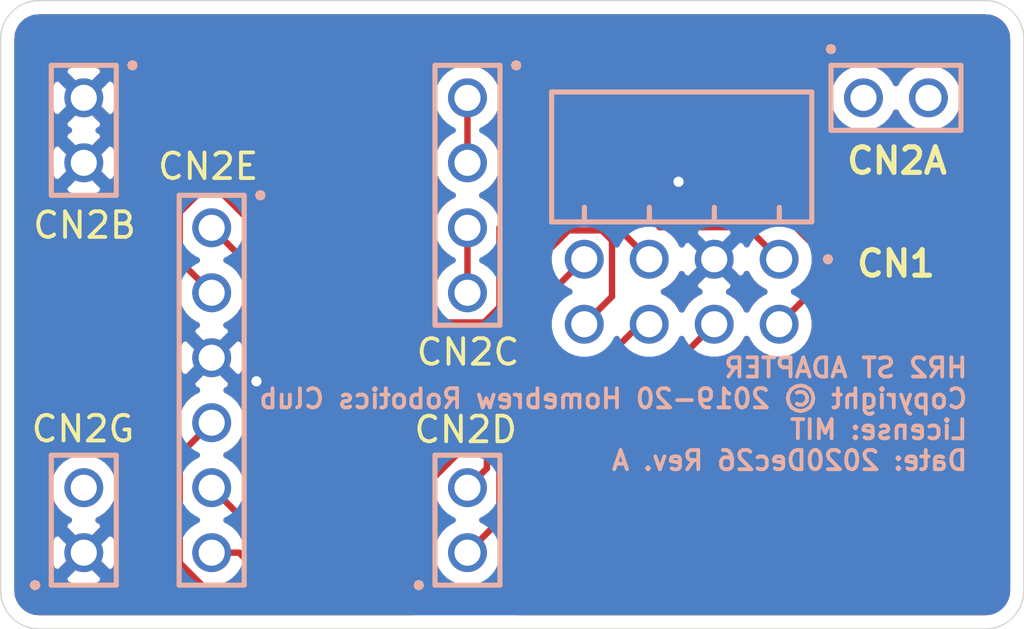
<source format=kicad_pcb>
(kicad_pcb (version 20171130) (host pcbnew 5.1.9-73d0e3b20d~88~ubuntu20.04.1)

  (general
    (thickness 1.6)
    (drawings 82)
    (tracks 75)
    (zones 0)
    (modules 2)
    (nets 14)
  )

  (page A)
  (title_block
    (title "HR2 ST Link Adapter")
    (date 2020-07-18)
    (rev A)
    (company "Home Brew Robotics Club")
  )

  (layers
    (0 F.Cu signal)
    (31 B.Cu signal)
    (32 B.Adhes user)
    (33 F.Adhes user)
    (34 B.Paste user)
    (35 F.Paste user)
    (36 B.SilkS user)
    (37 F.SilkS user)
    (38 B.Mask user)
    (39 F.Mask user)
    (40 Dwgs.User user)
    (41 Cmts.User user)
    (42 Eco1.User user)
    (43 Eco2.User user)
    (44 Edge.Cuts user)
    (45 Margin user)
    (46 B.CrtYd user)
    (47 F.CrtYd user)
    (48 B.Fab user hide)
    (49 F.Fab user hide)
  )

  (setup
    (last_trace_width 0.25)
    (user_trace_width 0.5)
    (trace_clearance 0.2)
    (zone_clearance 0.508)
    (zone_45_only no)
    (trace_min 0.2)
    (via_size 0.8)
    (via_drill 0.4)
    (via_min_size 0.4)
    (via_min_drill 0.3)
    (uvia_size 0.3)
    (uvia_drill 0.1)
    (uvias_allowed no)
    (uvia_min_size 0.2)
    (uvia_min_drill 0.1)
    (edge_width 0.05)
    (segment_width 0.2)
    (pcb_text_width 0.3)
    (pcb_text_size 1.5 1.5)
    (mod_edge_width 0.12)
    (mod_text_size 1 1)
    (mod_text_width 0.15)
    (pad_size 1.524 1.524)
    (pad_drill 0.762)
    (pad_to_mask_clearance 0.05)
    (aux_axis_origin 0 0)
    (visible_elements FFFFFF7F)
    (pcbplotparams
      (layerselection 0x010fc_ffffffff)
      (usegerberextensions false)
      (usegerberattributes true)
      (usegerberadvancedattributes true)
      (creategerberjobfile true)
      (excludeedgelayer true)
      (linewidth 0.100000)
      (plotframeref false)
      (viasonmask false)
      (mode 1)
      (useauxorigin false)
      (hpglpennumber 1)
      (hpglpenspeed 20)
      (hpglpendiameter 15.000000)
      (psnegative false)
      (psa4output false)
      (plotreference true)
      (plotvalue true)
      (plotinvisibletext false)
      (padsonsilk false)
      (subtractmaskfromsilk false)
      (outputformat 1)
      (mirror false)
      (drillshape 0)
      (scaleselection 1)
      (outputdirectory "./"))
  )

  (net 0 "")
  (net 1 /TX)
  (net 2 /SWO)
  (net 3 /SWDIO)
  (net 4 /SWCLK)
  (net 5 /RX)
  (net 6 /NRST)
  (net 7 /GND)
  (net 8 /3V3)
  (net 9 "Net-(CN2-Pad102)")
  (net 10 "Net-(CN2-Pad101)")
  (net 11 /SWCLKX)
  (net 12 /SWDIOX)
  (net 13 "Net-(CN2-Pad202)")

  (net_class Default "This is the default net class."
    (clearance 0.2)
    (trace_width 0.25)
    (via_dia 0.8)
    (via_drill 0.4)
    (uvia_dia 0.3)
    (uvia_drill 0.1)
    (add_net /3V3)
    (add_net /GND)
    (add_net /NRST)
    (add_net /RX)
    (add_net /SWCLK)
    (add_net /SWCLKX)
    (add_net /SWDIO)
    (add_net /SWDIOX)
    (add_net /SWO)
    (add_net /TX)
    (add_net "Net-(CN2-Pad101)")
    (add_net "Net-(CN2-Pad102)")
    (add_net "Net-(CN2-Pad202)")
  )

  (module HR2:STADAPTER_4xF1x2+F1x4+F1x6 (layer F.Cu) (tedit 5F45F067) (tstamp 5F463BE5)
    (at 100 100)
    (path /5F448E80)
    (fp_text reference CN2A (at 0.04 -6.02) (layer F.SilkS)
      (effects (font (size 1 1) (thickness 0.2)))
    )
    (fp_text value STLINK;4xF1x2+F1x4+F1x6 (at 0 0) (layer F.Fab)
      (effects (font (size 1 1) (thickness 0.2)))
    )
    (fp_line (start -2.47 -10.31) (end -2.44 -10.38) (layer B.SilkS) (width 0.2))
    (fp_line (start -2.54 -10.29) (end -2.47 -10.31) (layer B.SilkS) (width 0.2))
    (fp_line (start -2.61 -10.31) (end -2.54 -10.29) (layer B.SilkS) (width 0.2))
    (fp_line (start -2.64 -10.38) (end -2.61 -10.31) (layer B.SilkS) (width 0.2))
    (fp_line (start -2.61 -10.46) (end -2.64 -10.38) (layer B.SilkS) (width 0.2))
    (fp_line (start -2.54 -10.48) (end -2.61 -10.46) (layer B.SilkS) (width 0.2))
    (fp_line (start -2.47 -10.46) (end -2.54 -10.48) (layer B.SilkS) (width 0.2))
    (fp_line (start -2.44 -10.38) (end -2.47 -10.46) (layer B.SilkS) (width 0.2))
    (fp_line (start 2.54 -7.21) (end 2.54 -9.75) (layer B.SilkS) (width 0.2))
    (fp_line (start -2.54 -7.21) (end 2.54 -7.21) (layer B.SilkS) (width 0.2))
    (fp_line (start -2.54 -9.75) (end -2.54 -7.21) (layer B.SilkS) (width 0.2))
    (fp_line (start 2.54 -9.75) (end -2.54 -9.75) (layer B.SilkS) (width 0.2))
    (fp_line (start -18.58 10.5) (end -18.66 10.47) (layer B.SilkS) (width 0.2))
    (fp_line (start -18.55 10.57) (end -18.58 10.5) (layer B.SilkS) (width 0.2))
    (fp_line (start -18.58 10.64) (end -18.55 10.57) (layer B.SilkS) (width 0.2))
    (fp_line (start -18.66 10.67) (end -18.58 10.64) (layer B.SilkS) (width 0.2))
    (fp_line (start -18.73 10.64) (end -18.66 10.67) (layer B.SilkS) (width 0.2))
    (fp_line (start -18.75 10.57) (end -18.73 10.64) (layer B.SilkS) (width 0.2))
    (fp_line (start -18.73 10.5) (end -18.75 10.57) (layer B.SilkS) (width 0.2))
    (fp_line (start -18.66 10.47) (end -18.73 10.5) (layer B.SilkS) (width 0.2))
    (fp_line (start -15.48 5.49) (end -18.02 5.49) (layer B.SilkS) (width 0.2))
    (fp_line (start -15.48 10.57) (end -15.48 5.49) (layer B.SilkS) (width 0.2))
    (fp_line (start -18.02 10.57) (end -15.48 10.57) (layer B.SilkS) (width 0.2))
    (fp_line (start -18.02 5.49) (end -18.02 10.57) (layer B.SilkS) (width 0.2))
    (fp_line (start -14.92 -9.68) (end -14.85 -9.65) (layer B.SilkS) (width 0.2))
    (fp_line (start -14.95 -9.75) (end -14.92 -9.68) (layer B.SilkS) (width 0.2))
    (fp_line (start -14.92 -9.82) (end -14.95 -9.75) (layer B.SilkS) (width 0.2))
    (fp_line (start -14.85 -9.85) (end -14.92 -9.82) (layer B.SilkS) (width 0.2))
    (fp_line (start -14.77 -9.82) (end -14.85 -9.85) (layer B.SilkS) (width 0.2))
    (fp_line (start -14.75 -9.75) (end -14.77 -9.82) (layer B.SilkS) (width 0.2))
    (fp_line (start -14.77 -9.68) (end -14.75 -9.75) (layer B.SilkS) (width 0.2))
    (fp_line (start -14.85 -9.65) (end -14.77 -9.68) (layer B.SilkS) (width 0.2))
    (fp_line (start -18.02 0.41) (end -15.48 0.41) (layer B.SilkS) (width 0.2))
    (fp_line (start -18.02 -9.75) (end -18.02 0.41) (layer B.SilkS) (width 0.2))
    (fp_line (start -15.48 -9.75) (end -18.02 -9.75) (layer B.SilkS) (width 0.2))
    (fp_line (start -15.48 0.41) (end -15.48 -9.75) (layer B.SilkS) (width 0.2))
    (fp_line (start -33.58 10.5) (end -33.66 10.47) (layer B.SilkS) (width 0.2))
    (fp_line (start -33.55 10.57) (end -33.58 10.5) (layer B.SilkS) (width 0.2))
    (fp_line (start -33.58 10.64) (end -33.55 10.57) (layer B.SilkS) (width 0.2))
    (fp_line (start -33.66 10.67) (end -33.58 10.64) (layer B.SilkS) (width 0.2))
    (fp_line (start -33.73 10.64) (end -33.66 10.67) (layer B.SilkS) (width 0.2))
    (fp_line (start -33.76 10.57) (end -33.73 10.64) (layer B.SilkS) (width 0.2))
    (fp_line (start -33.73 10.5) (end -33.76 10.57) (layer B.SilkS) (width 0.2))
    (fp_line (start -33.66 10.47) (end -33.73 10.5) (layer B.SilkS) (width 0.2))
    (fp_line (start -30.48 5.49) (end -33.02 5.49) (layer B.SilkS) (width 0.2))
    (fp_line (start -30.48 10.57) (end -30.48 5.49) (layer B.SilkS) (width 0.2))
    (fp_line (start -33.02 10.57) (end -30.48 10.57) (layer B.SilkS) (width 0.2))
    (fp_line (start -33.02 5.49) (end -33.02 10.57) (layer B.SilkS) (width 0.2))
    (fp_line (start -24.92 -4.6) (end -24.84 -4.57) (layer B.SilkS) (width 0.2))
    (fp_line (start -24.95 -4.67) (end -24.92 -4.6) (layer B.SilkS) (width 0.2))
    (fp_line (start -24.92 -4.74) (end -24.95 -4.67) (layer B.SilkS) (width 0.2))
    (fp_line (start -24.84 -4.77) (end -24.92 -4.74) (layer B.SilkS) (width 0.2))
    (fp_line (start -24.77 -4.74) (end -24.84 -4.77) (layer B.SilkS) (width 0.2))
    (fp_line (start -24.75 -4.67) (end -24.77 -4.74) (layer B.SilkS) (width 0.2))
    (fp_line (start -24.77 -4.6) (end -24.75 -4.67) (layer B.SilkS) (width 0.2))
    (fp_line (start -24.84 -4.57) (end -24.77 -4.6) (layer B.SilkS) (width 0.2))
    (fp_line (start -28.02 10.57) (end -25.48 10.57) (layer B.SilkS) (width 0.2))
    (fp_line (start -28.02 -4.67) (end -28.02 10.57) (layer B.SilkS) (width 0.2))
    (fp_line (start -25.48 -4.67) (end -28.02 -4.67) (layer B.SilkS) (width 0.2))
    (fp_line (start -25.48 10.57) (end -25.48 -4.67) (layer B.SilkS) (width 0.2))
    (fp_line (start -29.92 -9.68) (end -29.84 -9.65) (layer B.SilkS) (width 0.2))
    (fp_line (start -29.95 -9.75) (end -29.92 -9.68) (layer B.SilkS) (width 0.2))
    (fp_line (start -29.92 -9.82) (end -29.95 -9.75) (layer B.SilkS) (width 0.2))
    (fp_line (start -29.84 -9.85) (end -29.92 -9.82) (layer B.SilkS) (width 0.2))
    (fp_line (start -29.77 -9.82) (end -29.84 -9.85) (layer B.SilkS) (width 0.2))
    (fp_line (start -29.75 -9.75) (end -29.77 -9.82) (layer B.SilkS) (width 0.2))
    (fp_line (start -29.77 -9.68) (end -29.75 -9.75) (layer B.SilkS) (width 0.2))
    (fp_line (start -29.84 -9.65) (end -29.77 -9.68) (layer B.SilkS) (width 0.2))
    (fp_line (start -33.02 -4.67) (end -30.48 -4.67) (layer B.SilkS) (width 0.2))
    (fp_line (start -33.02 -9.75) (end -33.02 -4.67) (layer B.SilkS) (width 0.2))
    (fp_line (start -30.48 -9.75) (end -33.02 -9.75) (layer B.SilkS) (width 0.2))
    (fp_line (start -30.48 -4.67) (end -30.48 -9.75) (layer B.SilkS) (width 0.2))
    (pad 102 thru_hole circle (at 1.27 -8.48) (size 1.52 1.52) (drill 1.02) (layers *.Cu *.Mask)
      (net 9 "Net-(CN2-Pad102)"))
    (pad 101 thru_hole circle (at -1.27 -8.48) (size 1.52 1.52) (drill 1.02) (layers *.Cu *.Mask)
      (net 10 "Net-(CN2-Pad101)"))
    (pad 52 thru_hole circle (at -16.75 6.76) (size 1.52 1.52) (drill 1.02) (layers *.Cu *.Mask)
      (net 1 /TX))
    (pad 51 thru_hole circle (at -16.75 9.3) (size 1.52 1.52) (drill 1.02) (layers *.Cu *.Mask)
      (net 5 /RX))
    (pad 44 thru_hole circle (at -16.75 -0.86) (size 1.52 1.52) (drill 1.02) (layers *.Cu *.Mask)
      (net 11 /SWCLKX))
    (pad 43 thru_hole circle (at -16.75 -3.4) (size 1.52 1.52) (drill 1.02) (layers *.Cu *.Mask)
      (net 11 /SWCLKX))
    (pad 42 thru_hole circle (at -16.75 -5.94) (size 1.52 1.52) (drill 1.02) (layers *.Cu *.Mask)
      (net 12 /SWDIOX))
    (pad 41 thru_hole circle (at -16.75 -8.48) (size 1.52 1.52) (drill 1.02) (layers *.Cu *.Mask)
      (net 12 /SWDIOX))
    (pad 202 thru_hole circle (at -31.75 6.76) (size 1.52 1.52) (drill 1.02) (layers *.Cu *.Mask)
      (net 13 "Net-(CN2-Pad202)"))
    (pad 201 thru_hole circle (at -31.75 9.3) (size 1.52 1.52) (drill 1.02) (layers *.Cu *.Mask)
      (net 7 /GND))
    (pad 66 thru_hole circle (at -26.75 9.3) (size 1.52 1.52) (drill 1.02) (layers *.Cu *.Mask)
      (net 2 /SWO))
    (pad 65 thru_hole circle (at -26.75 6.76) (size 1.52 1.52) (drill 1.02) (layers *.Cu *.Mask)
      (net 6 /NRST))
    (pad 64 thru_hole circle (at -26.75 4.22) (size 1.52 1.52) (drill 1.02) (layers *.Cu *.Mask)
      (net 3 /SWDIO))
    (pad 63 thru_hole circle (at -26.75 1.68) (size 1.52 1.52) (drill 1.02) (layers *.Cu *.Mask)
      (net 7 /GND))
    (pad 62 thru_hole circle (at -26.75 -0.86) (size 1.52 1.52) (drill 1.02) (layers *.Cu *.Mask)
      (net 4 /SWCLK))
    (pad 61 thru_hole circle (at -26.75 -3.4) (size 1.52 1.52) (drill 1.02) (layers *.Cu *.Mask)
      (net 8 /3V3))
    (pad 22 thru_hole circle (at -31.75 -5.94) (size 1.52 1.52) (drill 1.02) (layers *.Cu *.Mask)
      (net 7 /GND))
    (pad 21 thru_hole circle (at -31.75 -8.48) (size 1.52 1.52) (drill 1.02) (layers *.Cu *.Mask)
      (net 7 /GND))
  )

  (module HR2:STADAPTER_M2x4RA (layer F.Cu) (tedit 5F45F067) (tstamp 5F463B87)
    (at 100 100)
    (path /5F4705AD)
    (fp_text reference CN1 (at 0 -2) (layer F.SilkS)
      (effects (font (size 1 1) (thickness 0.2)))
    )
    (fp_text value STADAPTER;M2x4RA (at 0 0) (layer F.Fab)
      (effects (font (size 1 1) (thickness 0.2)))
    )
    (fp_line (start -2.73 -2.24) (end -2.76 -2.17) (layer B.SilkS) (width 0.2))
    (fp_line (start -2.66 -2.27) (end -2.73 -2.24) (layer B.SilkS) (width 0.2))
    (fp_line (start -2.59 -2.24) (end -2.66 -2.27) (layer B.SilkS) (width 0.2))
    (fp_line (start -2.56 -2.17) (end -2.59 -2.24) (layer B.SilkS) (width 0.2))
    (fp_line (start -2.59 -2.1) (end -2.56 -2.17) (layer B.SilkS) (width 0.2))
    (fp_line (start -2.66 -2.07) (end -2.59 -2.1) (layer B.SilkS) (width 0.2))
    (fp_line (start -2.73 -2.1) (end -2.66 -2.07) (layer B.SilkS) (width 0.2))
    (fp_line (start -2.76 -2.17) (end -2.73 -2.1) (layer B.SilkS) (width 0.2))
    (fp_line (start -12.18 -4.2) (end -12.18 -3.63) (layer B.SilkS) (width 0.2))
    (fp_line (start -9.64 -4.2) (end -9.64 -3.63) (layer B.SilkS) (width 0.2))
    (fp_line (start -7.1 -4.2) (end -7.1 -3.63) (layer B.SilkS) (width 0.2))
    (fp_line (start -4.56 -4.2) (end -4.56 -3.63) (layer B.SilkS) (width 0.2))
    (fp_line (start -13.46 -8.71) (end -13.46 -3.63) (layer B.SilkS) (width 0.2))
    (fp_line (start -3.29 -8.71) (end -13.46 -8.71) (layer B.SilkS) (width 0.2))
    (fp_line (start -3.29 -3.63) (end -3.29 -8.71) (layer B.SilkS) (width 0.2))
    (fp_line (start -13.46 -3.63) (end -3.29 -3.63) (layer B.SilkS) (width 0.2))
    (pad 8 thru_hole circle (at -12.185 0.37) (size 1.52 1.52) (drill 1.02) (layers *.Cu *.Mask)
      (net 1 /TX))
    (pad 6 thru_hole circle (at -9.645 0.37) (size 1.52 1.52) (drill 1.02) (layers *.Cu *.Mask)
      (net 2 /SWO))
    (pad 4 thru_hole circle (at -7.105 0.37) (size 1.52 1.52) (drill 1.02) (layers *.Cu *.Mask)
      (net 3 /SWDIO))
    (pad 2 thru_hole circle (at -4.565 0.37) (size 1.52 1.52) (drill 1.02) (layers *.Cu *.Mask)
      (net 4 /SWCLK))
    (pad 7 thru_hole circle (at -12.185 -2.17) (size 1.52 1.52) (drill 1.02) (layers *.Cu *.Mask)
      (net 5 /RX))
    (pad 5 thru_hole circle (at -9.645 -2.17) (size 1.52 1.52) (drill 1.02) (layers *.Cu *.Mask)
      (net 6 /NRST))
    (pad 3 thru_hole circle (at -7.105 -2.17) (size 1.52 1.52) (drill 1.02) (layers *.Cu *.Mask)
      (net 7 /GND))
    (pad 1 thru_hole circle (at -4.565 -2.17) (size 1.52 1.52) (drill 1.02) (layers *.Cu *.Mask)
      (net 8 /3V3))
  )

  (gr_text "HR2 ST ADAPTER\nCopyright © 2019-20 Homebrew Robotics Club\nLicense: MIT\nDate: 2020Dec26 Rev. A" (at 102.87 103.886) (layer B.SilkS) (tstamp 5FE81210)
    (effects (font (size 0.75 0.75) (thickness 0.15)) (justify left mirror))
  )
  (gr_text CN2G (at 68.22 104.46) (layer F.SilkS)
    (effects (font (size 1 1) (thickness 0.15)))
  )
  (gr_text CN2E (at 73.11 94.2) (layer F.SilkS)
    (effects (font (size 1 1) (thickness 0.15)))
  )
  (gr_text CN2C (at 83.27 101.46) (layer F.SilkS)
    (effects (font (size 1 1) (thickness 0.15)))
  )
  (gr_text CN2D (at 83.18 104.49) (layer F.SilkS)
    (effects (font (size 1 1) (thickness 0.15)))
  )
  (gr_text CN2B (at 68.28 96.5) (layer F.SilkS)
    (effects (font (size 1 1) (thickness 0.15)))
  )
  (gr_line (start 105 89.22) (end 104.99 89.09) (layer Edge.Cuts) (width 0.05))
  (gr_line (start 104.99 89.09) (end 104.98 88.96) (layer Edge.Cuts) (width 0.05))
  (gr_line (start 104.98 88.96) (end 104.95 88.83) (layer Edge.Cuts) (width 0.05))
  (gr_line (start 104.95 88.83) (end 104.91 88.71) (layer Edge.Cuts) (width 0.05))
  (gr_line (start 104.91 88.71) (end 104.86 88.59) (layer Edge.Cuts) (width 0.05))
  (gr_line (start 104.86 88.59) (end 104.8 88.47) (layer Edge.Cuts) (width 0.05))
  (gr_line (start 104.8 88.47) (end 104.73 88.36) (layer Edge.Cuts) (width 0.05))
  (gr_line (start 104.73 88.36) (end 104.65 88.26) (layer Edge.Cuts) (width 0.05))
  (gr_line (start 104.65 88.26) (end 104.56 88.16) (layer Edge.Cuts) (width 0.05))
  (gr_line (start 104.56 88.16) (end 104.46 88.07) (layer Edge.Cuts) (width 0.05))
  (gr_line (start 104.46 88.07) (end 104.36 87.99) (layer Edge.Cuts) (width 0.05))
  (gr_line (start 104.36 87.99) (end 104.25 87.92) (layer Edge.Cuts) (width 0.05))
  (gr_line (start 104.25 87.92) (end 104.13 87.86) (layer Edge.Cuts) (width 0.05))
  (gr_line (start 104.13 87.86) (end 104.01 87.81) (layer Edge.Cuts) (width 0.05))
  (gr_line (start 104.01 87.81) (end 103.89 87.77) (layer Edge.Cuts) (width 0.05))
  (gr_line (start 103.89 87.77) (end 103.76 87.74) (layer Edge.Cuts) (width 0.05))
  (gr_line (start 103.76 87.74) (end 103.63 87.73) (layer Edge.Cuts) (width 0.05))
  (gr_line (start 103.63 87.73) (end 103.5 87.72) (layer Edge.Cuts) (width 0.05))
  (gr_line (start 103.5 87.72) (end 66.5 87.72) (layer Edge.Cuts) (width 0.05))
  (gr_line (start 66.5 87.72) (end 66.37 87.73) (layer Edge.Cuts) (width 0.05))
  (gr_line (start 66.37 87.73) (end 66.24 87.74) (layer Edge.Cuts) (width 0.05))
  (gr_line (start 66.24 87.74) (end 66.11 87.77) (layer Edge.Cuts) (width 0.05))
  (gr_line (start 66.11 87.77) (end 65.99 87.81) (layer Edge.Cuts) (width 0.05))
  (gr_line (start 65.99 87.81) (end 65.87 87.86) (layer Edge.Cuts) (width 0.05))
  (gr_line (start 65.87 87.86) (end 65.75 87.92) (layer Edge.Cuts) (width 0.05))
  (gr_line (start 65.75 87.92) (end 65.64 87.99) (layer Edge.Cuts) (width 0.05))
  (gr_line (start 65.64 87.99) (end 65.54 88.07) (layer Edge.Cuts) (width 0.05))
  (gr_line (start 65.54 88.07) (end 65.44 88.16) (layer Edge.Cuts) (width 0.05))
  (gr_line (start 65.44 88.16) (end 65.35 88.26) (layer Edge.Cuts) (width 0.05))
  (gr_line (start 65.35 88.26) (end 65.27 88.36) (layer Edge.Cuts) (width 0.05))
  (gr_line (start 65.27 88.36) (end 65.2 88.47) (layer Edge.Cuts) (width 0.05))
  (gr_line (start 65.2 88.47) (end 65.14 88.59) (layer Edge.Cuts) (width 0.05))
  (gr_line (start 65.14 88.59) (end 65.09 88.71) (layer Edge.Cuts) (width 0.05))
  (gr_line (start 65.09 88.71) (end 65.05 88.83) (layer Edge.Cuts) (width 0.05))
  (gr_line (start 65.05 88.83) (end 65.02 88.96) (layer Edge.Cuts) (width 0.05))
  (gr_line (start 65.02 88.96) (end 65.01 89.09) (layer Edge.Cuts) (width 0.05))
  (gr_line (start 65.01 89.09) (end 65 89.22) (layer Edge.Cuts) (width 0.05))
  (gr_line (start 65 89.22) (end 65 110.78) (layer Edge.Cuts) (width 0.05))
  (gr_line (start 65 110.78) (end 65.01 110.91) (layer Edge.Cuts) (width 0.05))
  (gr_line (start 65.01 110.91) (end 65.02 111.04) (layer Edge.Cuts) (width 0.05))
  (gr_line (start 65.02 111.04) (end 65.05 111.17) (layer Edge.Cuts) (width 0.05))
  (gr_line (start 65.05 111.17) (end 65.09 111.29) (layer Edge.Cuts) (width 0.05))
  (gr_line (start 65.09 111.29) (end 65.14 111.41) (layer Edge.Cuts) (width 0.05))
  (gr_line (start 65.14 111.41) (end 65.2 111.53) (layer Edge.Cuts) (width 0.05))
  (gr_line (start 65.2 111.53) (end 65.27 111.64) (layer Edge.Cuts) (width 0.05))
  (gr_line (start 65.27 111.64) (end 65.35 111.74) (layer Edge.Cuts) (width 0.05))
  (gr_line (start 65.35 111.74) (end 65.44 111.84) (layer Edge.Cuts) (width 0.05))
  (gr_line (start 65.44 111.84) (end 65.54 111.93) (layer Edge.Cuts) (width 0.05))
  (gr_line (start 65.54 111.93) (end 65.64 112.01) (layer Edge.Cuts) (width 0.05))
  (gr_line (start 65.64 112.01) (end 65.75 112.08) (layer Edge.Cuts) (width 0.05))
  (gr_line (start 65.75 112.08) (end 65.87 112.14) (layer Edge.Cuts) (width 0.05))
  (gr_line (start 65.87 112.14) (end 65.99 112.19) (layer Edge.Cuts) (width 0.05))
  (gr_line (start 65.99 112.19) (end 66.11 112.23) (layer Edge.Cuts) (width 0.05))
  (gr_line (start 66.11 112.23) (end 66.24 112.26) (layer Edge.Cuts) (width 0.05))
  (gr_line (start 66.24 112.26) (end 66.37 112.27) (layer Edge.Cuts) (width 0.05))
  (gr_line (start 66.37 112.27) (end 66.5 112.28) (layer Edge.Cuts) (width 0.05))
  (gr_line (start 66.5 112.28) (end 103.5 112.28) (layer Edge.Cuts) (width 0.05))
  (gr_line (start 103.5 112.28) (end 103.63 112.27) (layer Edge.Cuts) (width 0.05))
  (gr_line (start 103.63 112.27) (end 103.76 112.26) (layer Edge.Cuts) (width 0.05))
  (gr_line (start 103.76 112.26) (end 103.89 112.23) (layer Edge.Cuts) (width 0.05))
  (gr_line (start 103.89 112.23) (end 104.01 112.19) (layer Edge.Cuts) (width 0.05))
  (gr_line (start 104.01 112.19) (end 104.13 112.14) (layer Edge.Cuts) (width 0.05))
  (gr_line (start 104.13 112.14) (end 104.25 112.08) (layer Edge.Cuts) (width 0.05))
  (gr_line (start 104.25 112.08) (end 104.36 112.01) (layer Edge.Cuts) (width 0.05))
  (gr_line (start 104.36 112.01) (end 104.46 111.93) (layer Edge.Cuts) (width 0.05))
  (gr_line (start 104.46 111.93) (end 104.56 111.84) (layer Edge.Cuts) (width 0.05))
  (gr_line (start 104.56 111.84) (end 104.65 111.74) (layer Edge.Cuts) (width 0.05))
  (gr_line (start 104.65 111.74) (end 104.73 111.64) (layer Edge.Cuts) (width 0.05))
  (gr_line (start 104.73 111.64) (end 104.8 111.53) (layer Edge.Cuts) (width 0.05))
  (gr_line (start 104.8 111.53) (end 104.86 111.41) (layer Edge.Cuts) (width 0.05))
  (gr_line (start 104.86 111.41) (end 104.91 111.29) (layer Edge.Cuts) (width 0.05))
  (gr_line (start 104.91 111.29) (end 104.95 111.17) (layer Edge.Cuts) (width 0.05))
  (gr_line (start 104.95 111.17) (end 104.98 111.04) (layer Edge.Cuts) (width 0.05))
  (gr_line (start 104.98 111.04) (end 104.99 110.91) (layer Edge.Cuts) (width 0.05))
  (gr_line (start 104.99 110.91) (end 105 110.78) (layer Edge.Cuts) (width 0.05))
  (gr_line (start 105 110.78) (end 105 89.22) (layer Edge.Cuts) (width 0.05))

  (segment (start 84.009999 106.000001) (end 83.25 106.76) (width 0.25) (layer F.Cu) (net 1))
  (segment (start 84.009999 104.990001) (end 84.009999 106.000001) (width 0.25) (layer F.Cu) (net 1))
  (segment (start 85.850033 103.149967) (end 84.009999 104.990001) (width 0.25) (layer F.Cu) (net 1))
  (segment (start 85.850033 98.049967) (end 85.850033 103.149967) (width 0.25) (layer F.Cu) (net 1))
  (segment (start 87.2 96.7) (end 85.850033 98.049967) (width 0.25) (layer F.Cu) (net 1))
  (segment (start 88.9 97.1) (end 88.5 96.7) (width 0.25) (layer F.Cu) (net 1))
  (segment (start 88.9 99.285) (end 88.9 97.1) (width 0.25) (layer F.Cu) (net 1))
  (segment (start 88.5 96.7) (end 87.2 96.7) (width 0.25) (layer F.Cu) (net 1))
  (segment (start 87.815 100.37) (end 88.9 99.285) (width 0.25) (layer F.Cu) (net 1))
  (segment (start 89.993589 100.37) (end 85.1 105.263589) (width 0.25) (layer F.Cu) (net 2))
  (segment (start 84.46359 110.7) (end 82.3 110.7) (width 0.25) (layer F.Cu) (net 2))
  (segment (start 85.1 105.263589) (end 85.1 110.06359) (width 0.25) (layer F.Cu) (net 2))
  (segment (start 82.3 110.7) (end 81.650011 110.050011) (width 0.25) (layer F.Cu) (net 2))
  (segment (start 85.1 110.06359) (end 84.46359 110.7) (width 0.25) (layer F.Cu) (net 2))
  (segment (start 81.650011 110.050011) (end 75.074813 110.050011) (width 0.25) (layer F.Cu) (net 2))
  (segment (start 74.324802 109.3) (end 73.25 109.3) (width 0.25) (layer F.Cu) (net 2))
  (segment (start 90.355 100.37) (end 89.993589 100.37) (width 0.25) (layer F.Cu) (net 2))
  (segment (start 75.074813 110.050011) (end 74.324802 109.3) (width 0.25) (layer F.Cu) (net 2))
  (segment (start 72 109.7) (end 72 105.47) (width 0.25) (layer F.Cu) (net 3))
  (segment (start 81.2 110.6) (end 72.9 110.6) (width 0.25) (layer F.Cu) (net 3))
  (segment (start 72.9 110.6) (end 72 109.7) (width 0.25) (layer F.Cu) (net 3))
  (segment (start 92.895 100.37) (end 91.465 101.8) (width 0.25) (layer F.Cu) (net 3))
  (segment (start 85.7 105.3) (end 85.7 110.1) (width 0.25) (layer F.Cu) (net 3))
  (segment (start 81.9 111.3) (end 81.2 110.6) (width 0.25) (layer F.Cu) (net 3))
  (segment (start 91.465 101.8) (end 89.2 101.8) (width 0.25) (layer F.Cu) (net 3))
  (segment (start 72 105.47) (end 73.25 104.22) (width 0.25) (layer F.Cu) (net 3))
  (segment (start 89.2 101.8) (end 85.7 105.3) (width 0.25) (layer F.Cu) (net 3))
  (segment (start 85.7 110.1) (end 84.5 111.3) (width 0.25) (layer F.Cu) (net 3))
  (segment (start 84.5 111.3) (end 81.9 111.3) (width 0.25) (layer F.Cu) (net 3))
  (segment (start 72.7 95.3) (end 73.7 95.3) (width 0.25) (layer F.Cu) (net 4))
  (segment (start 72 96) (end 72.7 95.3) (width 0.25) (layer F.Cu) (net 4))
  (segment (start 73.25 99.14) (end 72 97.89) (width 0.25) (layer F.Cu) (net 4))
  (segment (start 85.8 95.3) (end 90.126998 95.3) (width 0.25) (layer F.Cu) (net 4))
  (segment (start 72 97.89) (end 72 96) (width 0.25) (layer F.Cu) (net 4))
  (segment (start 73.7 95.3) (end 78.7 100.3) (width 0.25) (layer F.Cu) (net 4))
  (segment (start 97 97.5) (end 97 98.805) (width 0.25) (layer F.Cu) (net 4))
  (segment (start 78.7 100.3) (end 83.9 100.3) (width 0.25) (layer F.Cu) (net 4))
  (segment (start 97 98.805) (end 95.435 100.37) (width 0.25) (layer F.Cu) (net 4))
  (segment (start 95.625001 96.125001) (end 97 97.5) (width 0.25) (layer F.Cu) (net 4))
  (segment (start 90.951999 96.125001) (end 95.625001 96.125001) (width 0.25) (layer F.Cu) (net 4))
  (segment (start 90.126998 95.3) (end 90.951999 96.125001) (width 0.25) (layer F.Cu) (net 4))
  (segment (start 84.5 96.6) (end 85.8 95.3) (width 0.25) (layer F.Cu) (net 4))
  (segment (start 84.5 99.7) (end 84.5 96.6) (width 0.25) (layer F.Cu) (net 4))
  (segment (start 83.9 100.3) (end 84.5 99.7) (width 0.25) (layer F.Cu) (net 4))
  (segment (start 83.25 109.3) (end 84.5 108.05) (width 0.25) (layer F.Cu) (net 5))
  (segment (start 86.300044 103.399956) (end 86.300044 99.344956) (width 0.25) (layer F.Cu) (net 5))
  (segment (start 86.300044 99.344956) (end 87.815 97.83) (width 0.25) (layer F.Cu) (net 5))
  (segment (start 84.5 108.05) (end 84.5 105.2) (width 0.25) (layer F.Cu) (net 5))
  (segment (start 84.5 105.2) (end 86.300044 103.399956) (width 0.25) (layer F.Cu) (net 5))
  (segment (start 90.355 97.83) (end 88.725022 96.200022) (width 0.25) (layer F.Cu) (net 6))
  (segment (start 88.725022 96.200022) (end 86.763567 96.200022) (width 0.25) (layer F.Cu) (net 6))
  (segment (start 85.400022 97.563567) (end 85.400022 102.899978) (width 0.25) (layer F.Cu) (net 6))
  (segment (start 86.763567 96.200022) (end 85.400022 97.563567) (width 0.25) (layer F.Cu) (net 6))
  (segment (start 85.400022 102.899978) (end 81.95 106.35) (width 0.25) (layer F.Cu) (net 6))
  (segment (start 81.95 106.35) (end 81.95 108.55) (width 0.25) (layer F.Cu) (net 6))
  (segment (start 80.9 109.6) (end 76.09 109.6) (width 0.25) (layer F.Cu) (net 6))
  (segment (start 81.95 108.55) (end 80.9 109.6) (width 0.25) (layer F.Cu) (net 6))
  (segment (start 76.09 109.6) (end 73.25 106.76) (width 0.25) (layer F.Cu) (net 6))
  (via (at 75 102.6) (size 0.8) (drill 0.4) (layers F.Cu B.Cu) (net 7))
  (segment (start 74.17 102.6) (end 75 102.6) (width 0.5) (layer B.Cu) (net 7))
  (segment (start 73.25 101.68) (end 74.17 102.6) (width 0.5) (layer B.Cu) (net 7))
  (segment (start 92.895 97.83) (end 91.5 96.435) (width 0.5) (layer B.Cu) (net 7))
  (via (at 91.5 94.8) (size 0.8) (drill 0.4) (layers F.Cu B.Cu) (net 7))
  (segment (start 91.5 96.435) (end 91.5 94.8) (width 0.5) (layer B.Cu) (net 7))
  (segment (start 86.549989 95.750011) (end 89.940598 95.750011) (width 0.25) (layer F.Cu) (net 8))
  (segment (start 84.0864 100.750011) (end 84.950011 99.8864) (width 0.25) (layer F.Cu) (net 8))
  (segment (start 84.950011 99.8864) (end 84.950011 97.349989) (width 0.25) (layer F.Cu) (net 8))
  (segment (start 89.940598 95.750011) (end 90.765599 96.575012) (width 0.25) (layer F.Cu) (net 8))
  (segment (start 73.25 96.6) (end 77.400011 100.750011) (width 0.25) (layer F.Cu) (net 8))
  (segment (start 77.400011 100.750011) (end 84.0864 100.750011) (width 0.25) (layer F.Cu) (net 8))
  (segment (start 84.950011 97.349989) (end 86.549989 95.750011) (width 0.25) (layer F.Cu) (net 8))
  (segment (start 94.180012 96.575012) (end 95.435 97.83) (width 0.25) (layer F.Cu) (net 8))
  (segment (start 90.765599 96.575012) (end 94.180012 96.575012) (width 0.25) (layer F.Cu) (net 8))
  (segment (start 83.25 99.14) (end 83.25 96.6) (width 0.25) (layer F.Cu) (net 11))
  (segment (start 83.25 94.06) (end 83.25 91.52) (width 0.25) (layer F.Cu) (net 12))

  (zone (net 7) (net_name /GND) (layer F.Cu) (tstamp 5FE81387) (hatch edge 0.508)
    (connect_pads (clearance 0.508))
    (min_thickness 0.254)
    (fill yes (arc_segments 32) (thermal_gap 0.508) (thermal_bridge_width 0.508))
    (polygon
      (pts
        (xy 105 89.2) (xy 105 89.1) (xy 105 89) (xy 104.9 88.8) (xy 104.9 88.7)
        (xy 104.9 88.6) (xy 104.8 88.5) (xy 104.7 88.4) (xy 104.6 88.3) (xy 104.6 88.2)
        (xy 104.5 88.1) (xy 104.4 88) (xy 104.2 87.9) (xy 104.1 87.9) (xy 104 87.8)
        (xy 103.9 87.8) (xy 103.8 87.7) (xy 103.6 87.7) (xy 103.5 87.7) (xy 66.5 87.7)
        (xy 66.4 87.7) (xy 66.2 87.7) (xy 66.1 87.8) (xy 66 87.8) (xy 65.9 87.9)
        (xy 65.8 87.9) (xy 65.6 88) (xy 65.5 88.1) (xy 65.4 88.2) (xy 65.4 88.3)
        (xy 65.3 88.4) (xy 65.2 88.5) (xy 65.1 88.6) (xy 65.1 88.7) (xy 65.1 88.8)
        (xy 65 89) (xy 65 89.1) (xy 65 89.2) (xy 65 110.8) (xy 65 110.9)
        (xy 65 111) (xy 65.1 111.2) (xy 65.1 111.3) (xy 65.1 111.4) (xy 65.2 111.5)
        (xy 65.3 111.6) (xy 65.4 111.7) (xy 65.4 111.8) (xy 65.5 111.9) (xy 65.6 112)
        (xy 65.8 112.1) (xy 65.9 112.1) (xy 66 112.2) (xy 66.1 112.2) (xy 66.2 112.3)
        (xy 66.4 112.3) (xy 66.5 112.3) (xy 103.5 112.3) (xy 103.6 112.3) (xy 103.8 112.3)
        (xy 103.9 112.2) (xy 104 112.2) (xy 104.1 112.1) (xy 104.2 112.1) (xy 104.4 112)
        (xy 104.5 111.9) (xy 104.6 111.8) (xy 104.6 111.7) (xy 104.7 111.6) (xy 104.8 111.5)
        (xy 104.9 111.4) (xy 104.9 111.3) (xy 104.9 111.2) (xy 105 111) (xy 105 110.9)
        (xy 105 110.8)
      )
    )
    (filled_polygon
      (pts
        (xy 103.611703 88.390542) (xy 103.611705 88.390542) (xy 103.659926 88.394251) (xy 103.711037 88.406046) (xy 103.778418 88.428506)
        (xy 103.855168 88.460486) (xy 103.924388 88.495096) (xy 103.975561 88.527661) (xy 104.032739 88.573404) (xy 104.092665 88.627337)
        (xy 104.146606 88.687271) (xy 104.192338 88.744437) (xy 104.224904 88.795612) (xy 104.259514 88.864832) (xy 104.291495 88.941585)
        (xy 104.313954 89.008964) (xy 104.325749 89.060074) (xy 104.329458 89.108295) (xy 104.329458 89.108296) (xy 104.340001 89.245354)
        (xy 104.34 110.754659) (xy 104.329458 110.891703) (xy 104.325749 110.939926) (xy 104.313954 110.991036) (xy 104.291495 111.058415)
        (xy 104.259514 111.135168) (xy 104.224904 111.204388) (xy 104.192338 111.255563) (xy 104.146606 111.312729) (xy 104.092665 111.372663)
        (xy 104.032739 111.426596) (xy 103.975561 111.472339) (xy 103.924388 111.504904) (xy 103.855168 111.539514) (xy 103.778418 111.571494)
        (xy 103.711037 111.593954) (xy 103.659926 111.605749) (xy 103.611705 111.609458) (xy 103.611703 111.609458) (xy 103.474659 111.62)
        (xy 85.254801 111.62) (xy 86.211003 110.663799) (xy 86.240001 110.640001) (xy 86.334974 110.524276) (xy 86.405546 110.392247)
        (xy 86.449003 110.248986) (xy 86.46 110.137333) (xy 86.46 110.137324) (xy 86.463676 110.100001) (xy 86.46 110.062678)
        (xy 86.46 105.614801) (xy 89.514803 102.56) (xy 91.427678 102.56) (xy 91.465 102.563676) (xy 91.502322 102.56)
        (xy 91.502333 102.56) (xy 91.613986 102.549003) (xy 91.757247 102.505546) (xy 91.889276 102.434974) (xy 92.005001 102.340001)
        (xy 92.028803 102.310998) (xy 92.605131 101.734671) (xy 92.757604 101.765) (xy 93.032396 101.765) (xy 93.301907 101.711391)
        (xy 93.55578 101.606233) (xy 93.784261 101.453567) (xy 93.978567 101.259261) (xy 94.131233 101.03078) (xy 94.165 100.94926)
        (xy 94.198767 101.03078) (xy 94.351433 101.259261) (xy 94.545739 101.453567) (xy 94.77422 101.606233) (xy 95.028093 101.711391)
        (xy 95.297604 101.765) (xy 95.572396 101.765) (xy 95.841907 101.711391) (xy 96.09578 101.606233) (xy 96.324261 101.453567)
        (xy 96.518567 101.259261) (xy 96.671233 101.03078) (xy 96.776391 100.776907) (xy 96.83 100.507396) (xy 96.83 100.232604)
        (xy 96.799671 100.08013) (xy 97.511003 99.368799) (xy 97.540001 99.345001) (xy 97.634974 99.229276) (xy 97.705546 99.097247)
        (xy 97.749003 98.953986) (xy 97.76 98.842333) (xy 97.76 98.842324) (xy 97.763676 98.805001) (xy 97.76 98.767678)
        (xy 97.76 97.537322) (xy 97.763676 97.499999) (xy 97.76 97.462676) (xy 97.76 97.462667) (xy 97.749003 97.351014)
        (xy 97.705546 97.207753) (xy 97.634974 97.075724) (xy 97.540001 96.959999) (xy 97.511004 96.936202) (xy 96.188805 95.614004)
        (xy 96.165002 95.585) (xy 96.049277 95.490027) (xy 95.917248 95.419455) (xy 95.773987 95.375998) (xy 95.662334 95.365001)
        (xy 95.662323 95.365001) (xy 95.625001 95.361325) (xy 95.587679 95.365001) (xy 91.266801 95.365001) (xy 90.690801 94.789002)
        (xy 90.666999 94.759999) (xy 90.551274 94.665026) (xy 90.419245 94.594454) (xy 90.275984 94.550997) (xy 90.164331 94.54)
        (xy 90.16432 94.54) (xy 90.126998 94.536324) (xy 90.089676 94.54) (xy 85.837325 94.54) (xy 85.8 94.536324)
        (xy 85.762675 94.54) (xy 85.762667 94.54) (xy 85.651014 94.550997) (xy 85.507753 94.594454) (xy 85.375724 94.665026)
        (xy 85.259999 94.759999) (xy 85.236201 94.788997) (xy 84.324013 95.701185) (xy 84.139261 95.516433) (xy 83.91078 95.363767)
        (xy 83.82926 95.33) (xy 83.91078 95.296233) (xy 84.139261 95.143567) (xy 84.333567 94.949261) (xy 84.486233 94.72078)
        (xy 84.591391 94.466907) (xy 84.645 94.197396) (xy 84.645 93.922604) (xy 84.591391 93.653093) (xy 84.486233 93.39922)
        (xy 84.333567 93.170739) (xy 84.139261 92.976433) (xy 84.01 92.890064) (xy 84.01 92.689936) (xy 84.139261 92.603567)
        (xy 84.333567 92.409261) (xy 84.486233 92.18078) (xy 84.591391 91.926907) (xy 84.645 91.657396) (xy 84.645 91.382604)
        (xy 97.335 91.382604) (xy 97.335 91.657396) (xy 97.388609 91.926907) (xy 97.493767 92.18078) (xy 97.646433 92.409261)
        (xy 97.840739 92.603567) (xy 98.06922 92.756233) (xy 98.323093 92.861391) (xy 98.592604 92.915) (xy 98.867396 92.915)
        (xy 99.136907 92.861391) (xy 99.39078 92.756233) (xy 99.619261 92.603567) (xy 99.813567 92.409261) (xy 99.966233 92.18078)
        (xy 100 92.09926) (xy 100.033767 92.18078) (xy 100.186433 92.409261) (xy 100.380739 92.603567) (xy 100.60922 92.756233)
        (xy 100.863093 92.861391) (xy 101.132604 92.915) (xy 101.407396 92.915) (xy 101.676907 92.861391) (xy 101.93078 92.756233)
        (xy 102.159261 92.603567) (xy 102.353567 92.409261) (xy 102.506233 92.18078) (xy 102.611391 91.926907) (xy 102.665 91.657396)
        (xy 102.665 91.382604) (xy 102.611391 91.113093) (xy 102.506233 90.85922) (xy 102.353567 90.630739) (xy 102.159261 90.436433)
        (xy 101.93078 90.283767) (xy 101.676907 90.178609) (xy 101.407396 90.125) (xy 101.132604 90.125) (xy 100.863093 90.178609)
        (xy 100.60922 90.283767) (xy 100.380739 90.436433) (xy 100.186433 90.630739) (xy 100.033767 90.85922) (xy 100 90.94074)
        (xy 99.966233 90.85922) (xy 99.813567 90.630739) (xy 99.619261 90.436433) (xy 99.39078 90.283767) (xy 99.136907 90.178609)
        (xy 98.867396 90.125) (xy 98.592604 90.125) (xy 98.323093 90.178609) (xy 98.06922 90.283767) (xy 97.840739 90.436433)
        (xy 97.646433 90.630739) (xy 97.493767 90.85922) (xy 97.388609 91.113093) (xy 97.335 91.382604) (xy 84.645 91.382604)
        (xy 84.591391 91.113093) (xy 84.486233 90.85922) (xy 84.333567 90.630739) (xy 84.139261 90.436433) (xy 83.91078 90.283767)
        (xy 83.656907 90.178609) (xy 83.387396 90.125) (xy 83.112604 90.125) (xy 82.843093 90.178609) (xy 82.58922 90.283767)
        (xy 82.360739 90.436433) (xy 82.166433 90.630739) (xy 82.013767 90.85922) (xy 81.908609 91.113093) (xy 81.855 91.382604)
        (xy 81.855 91.657396) (xy 81.908609 91.926907) (xy 82.013767 92.18078) (xy 82.166433 92.409261) (xy 82.360739 92.603567)
        (xy 82.490001 92.689937) (xy 82.49 92.890063) (xy 82.360739 92.976433) (xy 82.166433 93.170739) (xy 82.013767 93.39922)
        (xy 81.908609 93.653093) (xy 81.855 93.922604) (xy 81.855 94.197396) (xy 81.908609 94.466907) (xy 82.013767 94.72078)
        (xy 82.166433 94.949261) (xy 82.360739 95.143567) (xy 82.58922 95.296233) (xy 82.67074 95.33) (xy 82.58922 95.363767)
        (xy 82.360739 95.516433) (xy 82.166433 95.710739) (xy 82.013767 95.93922) (xy 81.908609 96.193093) (xy 81.855 96.462604)
        (xy 81.855 96.737396) (xy 81.908609 97.006907) (xy 82.013767 97.26078) (xy 82.166433 97.489261) (xy 82.360739 97.683567)
        (xy 82.490001 97.769937) (xy 82.49 97.970063) (xy 82.360739 98.056433) (xy 82.166433 98.250739) (xy 82.013767 98.47922)
        (xy 81.908609 98.733093) (xy 81.855 99.002604) (xy 81.855 99.277396) (xy 81.907235 99.54) (xy 79.014802 99.54)
        (xy 74.263804 94.789003) (xy 74.240001 94.759999) (xy 74.124276 94.665026) (xy 73.992247 94.594454) (xy 73.848986 94.550997)
        (xy 73.737333 94.54) (xy 73.737322 94.54) (xy 73.7 94.536324) (xy 73.662678 94.54) (xy 72.737322 94.54)
        (xy 72.699999 94.536324) (xy 72.662676 94.54) (xy 72.662667 94.54) (xy 72.551014 94.550997) (xy 72.407753 94.594454)
        (xy 72.275724 94.665026) (xy 72.275722 94.665027) (xy 72.275723 94.665027) (xy 72.188996 94.736201) (xy 72.188992 94.736205)
        (xy 72.159999 94.759999) (xy 72.136205 94.788992) (xy 71.488997 95.436201) (xy 71.46 95.459999) (xy 71.436202 95.488997)
        (xy 71.436201 95.488998) (xy 71.365026 95.575724) (xy 71.294454 95.707754) (xy 71.281636 95.750011) (xy 71.250998 95.851014)
        (xy 71.245407 95.907776) (xy 71.236324 96) (xy 71.240001 96.037332) (xy 71.24 97.852677) (xy 71.236324 97.89)
        (xy 71.24 97.927322) (xy 71.24 97.927332) (xy 71.250997 98.038985) (xy 71.291897 98.173817) (xy 71.294454 98.182246)
        (xy 71.365026 98.314276) (xy 71.375668 98.327243) (xy 71.459999 98.430001) (xy 71.489003 98.453804) (xy 71.885329 98.85013)
        (xy 71.855 99.002604) (xy 71.855 99.277396) (xy 71.908609 99.546907) (xy 72.013767 99.80078) (xy 72.166433 100.029261)
        (xy 72.360739 100.223567) (xy 72.58922 100.376233) (xy 72.665501 100.40783) (xy 72.647674 100.414256) (xy 72.532206 100.475975)
        (xy 72.465469 100.715863) (xy 73.25 101.500395) (xy 74.034531 100.715863) (xy 73.967794 100.475975) (xy 73.828293 100.4104)
        (xy 73.91078 100.376233) (xy 74.139261 100.223567) (xy 74.333567 100.029261) (xy 74.486233 99.80078) (xy 74.591391 99.546907)
        (xy 74.645 99.277396) (xy 74.645 99.069801) (xy 76.836212 101.261014) (xy 76.86001 101.290012) (xy 76.975735 101.384985)
        (xy 77.107764 101.455557) (xy 77.251025 101.499014) (xy 77.362678 101.510011) (xy 77.362688 101.510011) (xy 77.400011 101.513687)
        (xy 77.437334 101.510011) (xy 84.049078 101.510011) (xy 84.0864 101.513687) (xy 84.123722 101.510011) (xy 84.123733 101.510011)
        (xy 84.235386 101.499014) (xy 84.378647 101.455557) (xy 84.510676 101.384985) (xy 84.626401 101.290012) (xy 84.640023 101.273414)
        (xy 84.640023 102.585175) (xy 81.439003 105.786196) (xy 81.409999 105.809999) (xy 81.354871 105.877174) (xy 81.315026 105.925724)
        (xy 81.277289 105.996324) (xy 81.244454 106.057754) (xy 81.200997 106.201015) (xy 81.19 106.312668) (xy 81.19 106.312678)
        (xy 81.186324 106.35) (xy 81.19 106.387323) (xy 81.190001 108.235197) (xy 80.585199 108.84) (xy 76.404802 108.84)
        (xy 74.614671 107.04987) (xy 74.645 106.897396) (xy 74.645 106.622604) (xy 74.591391 106.353093) (xy 74.486233 106.09922)
        (xy 74.333567 105.870739) (xy 74.139261 105.676433) (xy 73.91078 105.523767) (xy 73.82926 105.49) (xy 73.91078 105.456233)
        (xy 74.139261 105.303567) (xy 74.333567 105.109261) (xy 74.486233 104.88078) (xy 74.591391 104.626907) (xy 74.645 104.357396)
        (xy 74.645 104.082604) (xy 74.591391 103.813093) (xy 74.486233 103.55922) (xy 74.333567 103.330739) (xy 74.139261 103.136433)
        (xy 73.91078 102.983767) (xy 73.834499 102.95217) (xy 73.852326 102.945744) (xy 73.967794 102.884025) (xy 74.034531 102.644137)
        (xy 73.25 101.859605) (xy 72.465469 102.644137) (xy 72.532206 102.884025) (xy 72.671707 102.9496) (xy 72.58922 102.983767)
        (xy 72.360739 103.136433) (xy 72.166433 103.330739) (xy 72.013767 103.55922) (xy 71.908609 103.813093) (xy 71.855 104.082604)
        (xy 71.855 104.357396) (xy 71.885329 104.50987) (xy 71.488998 104.906201) (xy 71.46 104.929999) (xy 71.436202 104.958997)
        (xy 71.436201 104.958998) (xy 71.365026 105.045724) (xy 71.294454 105.177754) (xy 71.272236 105.250999) (xy 71.256291 105.303567)
        (xy 71.250998 105.321015) (xy 71.236324 105.47) (xy 71.240001 105.507332) (xy 71.24 109.662677) (xy 71.236324 109.7)
        (xy 71.24 109.737322) (xy 71.24 109.737332) (xy 71.250997 109.848985) (xy 71.281947 109.951015) (xy 71.294454 109.992246)
        (xy 71.365026 110.124276) (xy 71.397462 110.163799) (xy 71.459999 110.240001) (xy 71.489002 110.263803) (xy 72.3362 111.111002)
        (xy 72.359999 111.140001) (xy 72.475724 111.234974) (xy 72.607753 111.305546) (xy 72.751014 111.349003) (xy 72.862667 111.36)
        (xy 72.862676 111.36) (xy 72.899999 111.363676) (xy 72.937322 111.36) (xy 80.885198 111.36) (xy 81.145198 111.62)
        (xy 66.525341 111.62) (xy 66.388296 111.609458) (xy 66.388295 111.609458) (xy 66.340074 111.605749) (xy 66.288964 111.593954)
        (xy 66.221585 111.571495) (xy 66.144832 111.539514) (xy 66.075612 111.504904) (xy 66.024437 111.472338) (xy 65.967271 111.426606)
        (xy 65.907337 111.372665) (xy 65.853404 111.312739) (xy 65.807661 111.255561) (xy 65.775096 111.204388) (xy 65.740486 111.135168)
        (xy 65.708506 111.058418) (xy 65.686046 110.991037) (xy 65.674251 110.939926) (xy 65.670542 110.891703) (xy 65.66 110.754659)
        (xy 65.66 110.264137) (xy 67.465469 110.264137) (xy 67.532206 110.504025) (xy 67.780892 110.620924) (xy 68.047606 110.687061)
        (xy 68.322097 110.699895) (xy 68.593817 110.658931) (xy 68.852326 110.565744) (xy 68.967794 110.504025) (xy 69.034531 110.264137)
        (xy 68.25 109.479605) (xy 67.465469 110.264137) (xy 65.66 110.264137) (xy 65.66 109.372097) (xy 66.850105 109.372097)
        (xy 66.891069 109.643817) (xy 66.984256 109.902326) (xy 67.045975 110.017794) (xy 67.285863 110.084531) (xy 68.070395 109.3)
        (xy 68.429605 109.3) (xy 69.214137 110.084531) (xy 69.454025 110.017794) (xy 69.570924 109.769108) (xy 69.637061 109.502394)
        (xy 69.649895 109.227903) (xy 69.608931 108.956183) (xy 69.515744 108.697674) (xy 69.454025 108.582206) (xy 69.214137 108.515469)
        (xy 68.429605 109.3) (xy 68.070395 109.3) (xy 67.285863 108.515469) (xy 67.045975 108.582206) (xy 66.929076 108.830892)
        (xy 66.862939 109.097606) (xy 66.850105 109.372097) (xy 65.66 109.372097) (xy 65.66 106.622604) (xy 66.855 106.622604)
        (xy 66.855 106.897396) (xy 66.908609 107.166907) (xy 67.013767 107.42078) (xy 67.166433 107.649261) (xy 67.360739 107.843567)
        (xy 67.58922 107.996233) (xy 67.665501 108.02783) (xy 67.647674 108.034256) (xy 67.532206 108.095975) (xy 67.465469 108.335863)
        (xy 68.25 109.120395) (xy 69.034531 108.335863) (xy 68.967794 108.095975) (xy 68.828293 108.0304) (xy 68.91078 107.996233)
        (xy 69.139261 107.843567) (xy 69.333567 107.649261) (xy 69.486233 107.42078) (xy 69.591391 107.166907) (xy 69.645 106.897396)
        (xy 69.645 106.622604) (xy 69.591391 106.353093) (xy 69.486233 106.09922) (xy 69.333567 105.870739) (xy 69.139261 105.676433)
        (xy 68.91078 105.523767) (xy 68.656907 105.418609) (xy 68.387396 105.365) (xy 68.112604 105.365) (xy 67.843093 105.418609)
        (xy 67.58922 105.523767) (xy 67.360739 105.676433) (xy 67.166433 105.870739) (xy 67.013767 106.09922) (xy 66.908609 106.353093)
        (xy 66.855 106.622604) (xy 65.66 106.622604) (xy 65.66 101.752097) (xy 71.850105 101.752097) (xy 71.891069 102.023817)
        (xy 71.984256 102.282326) (xy 72.045975 102.397794) (xy 72.285863 102.464531) (xy 73.070395 101.68) (xy 73.429605 101.68)
        (xy 74.214137 102.464531) (xy 74.454025 102.397794) (xy 74.570924 102.149108) (xy 74.637061 101.882394) (xy 74.649895 101.607903)
        (xy 74.608931 101.336183) (xy 74.515744 101.077674) (xy 74.454025 100.962206) (xy 74.214137 100.895469) (xy 73.429605 101.68)
        (xy 73.070395 101.68) (xy 72.285863 100.895469) (xy 72.045975 100.962206) (xy 71.929076 101.210892) (xy 71.862939 101.477606)
        (xy 71.850105 101.752097) (xy 65.66 101.752097) (xy 65.66 95.024137) (xy 67.465469 95.024137) (xy 67.532206 95.264025)
        (xy 67.780892 95.380924) (xy 68.047606 95.447061) (xy 68.322097 95.459895) (xy 68.593817 95.418931) (xy 68.852326 95.325744)
        (xy 68.967794 95.264025) (xy 69.034531 95.024137) (xy 68.25 94.239605) (xy 67.465469 95.024137) (xy 65.66 95.024137)
        (xy 65.66 94.132097) (xy 66.850105 94.132097) (xy 66.891069 94.403817) (xy 66.984256 94.662326) (xy 67.045975 94.777794)
        (xy 67.285863 94.844531) (xy 68.070395 94.06) (xy 68.429605 94.06) (xy 69.214137 94.844531) (xy 69.454025 94.777794)
        (xy 69.570924 94.529108) (xy 69.637061 94.262394) (xy 69.649895 93.987903) (xy 69.608931 93.716183) (xy 69.515744 93.457674)
        (xy 69.454025 93.342206) (xy 69.214137 93.275469) (xy 68.429605 94.06) (xy 68.070395 94.06) (xy 67.285863 93.275469)
        (xy 67.045975 93.342206) (xy 66.929076 93.590892) (xy 66.862939 93.857606) (xy 66.850105 94.132097) (xy 65.66 94.132097)
        (xy 65.66 92.484137) (xy 67.465469 92.484137) (xy 67.532206 92.724025) (xy 67.666882 92.787332) (xy 67.647674 92.794256)
        (xy 67.532206 92.855975) (xy 67.465469 93.095863) (xy 68.25 93.880395) (xy 69.034531 93.095863) (xy 68.967794 92.855975)
        (xy 68.833118 92.792668) (xy 68.852326 92.785744) (xy 68.967794 92.724025) (xy 69.034531 92.484137) (xy 68.25 91.699605)
        (xy 67.465469 92.484137) (xy 65.66 92.484137) (xy 65.66 91.592097) (xy 66.850105 91.592097) (xy 66.891069 91.863817)
        (xy 66.984256 92.122326) (xy 67.045975 92.237794) (xy 67.285863 92.304531) (xy 68.070395 91.52) (xy 68.429605 91.52)
        (xy 69.214137 92.304531) (xy 69.454025 92.237794) (xy 69.570924 91.989108) (xy 69.637061 91.722394) (xy 69.649895 91.447903)
        (xy 69.608931 91.176183) (xy 69.515744 90.917674) (xy 69.454025 90.802206) (xy 69.214137 90.735469) (xy 68.429605 91.52)
        (xy 68.070395 91.52) (xy 67.285863 90.735469) (xy 67.045975 90.802206) (xy 66.929076 91.050892) (xy 66.862939 91.317606)
        (xy 66.850105 91.592097) (xy 65.66 91.592097) (xy 65.66 90.555863) (xy 67.465469 90.555863) (xy 68.25 91.340395)
        (xy 69.034531 90.555863) (xy 68.967794 90.315975) (xy 68.719108 90.199076) (xy 68.452394 90.132939) (xy 68.177903 90.120105)
        (xy 67.906183 90.161069) (xy 67.647674 90.254256) (xy 67.532206 90.315975) (xy 67.465469 90.555863) (xy 65.66 90.555863)
        (xy 65.66 89.245341) (xy 65.670542 89.108297) (xy 65.670542 89.108295) (xy 65.674251 89.060074) (xy 65.686046 89.008963)
        (xy 65.708506 88.941582) (xy 65.740486 88.864832) (xy 65.775096 88.795612) (xy 65.807661 88.744439) (xy 65.853404 88.687261)
        (xy 65.907337 88.627335) (xy 65.967271 88.573394) (xy 66.024437 88.527662) (xy 66.075612 88.495096) (xy 66.144832 88.460486)
        (xy 66.221585 88.428505) (xy 66.288964 88.406046) (xy 66.340074 88.394251) (xy 66.388295 88.390542) (xy 66.388296 88.390542)
        (xy 66.525341 88.38) (xy 103.474659 88.38)
      )
    )
    (filled_polygon
      (pts
        (xy 93.088748 97.815858) (xy 93.074605 97.83) (xy 93.859137 98.614531) (xy 94.099025 98.547794) (xy 94.1646 98.408293)
        (xy 94.198767 98.49078) (xy 94.351433 98.719261) (xy 94.545739 98.913567) (xy 94.77422 99.066233) (xy 94.85574 99.1)
        (xy 94.77422 99.133767) (xy 94.545739 99.286433) (xy 94.351433 99.480739) (xy 94.198767 99.70922) (xy 94.165 99.79074)
        (xy 94.131233 99.70922) (xy 93.978567 99.480739) (xy 93.784261 99.286433) (xy 93.55578 99.133767) (xy 93.479499 99.10217)
        (xy 93.497326 99.095744) (xy 93.612794 99.034025) (xy 93.679531 98.794137) (xy 92.895 98.009605) (xy 92.110469 98.794137)
        (xy 92.177206 99.034025) (xy 92.316707 99.0996) (xy 92.23422 99.133767) (xy 92.005739 99.286433) (xy 91.811433 99.480739)
        (xy 91.658767 99.70922) (xy 91.625 99.79074) (xy 91.591233 99.70922) (xy 91.438567 99.480739) (xy 91.244261 99.286433)
        (xy 91.01578 99.133767) (xy 90.93426 99.1) (xy 91.01578 99.066233) (xy 91.244261 98.913567) (xy 91.438567 98.719261)
        (xy 91.591233 98.49078) (xy 91.62283 98.414499) (xy 91.629256 98.432326) (xy 91.690975 98.547794) (xy 91.930863 98.614531)
        (xy 92.715395 97.83) (xy 92.701252 97.815858) (xy 92.880858 97.636253) (xy 92.895 97.650395) (xy 92.909143 97.636253)
      )
    )
  )
  (zone (net 7) (net_name /GND) (layer B.Cu) (tstamp 5FE81384) (hatch edge 0.508)
    (connect_pads (clearance 0.508))
    (min_thickness 0.254)
    (fill yes (arc_segments 32) (thermal_gap 0.508) (thermal_bridge_width 0.508))
    (polygon
      (pts
        (xy 105 89.2) (xy 105 89.1) (xy 105 89) (xy 104.9 88.8) (xy 104.9 88.7)
        (xy 104.9 88.6) (xy 104.8 88.5) (xy 104.7 88.4) (xy 104.6 88.3) (xy 104.6 88.2)
        (xy 104.5 88.1) (xy 104.4 88) (xy 104.2 87.9) (xy 104.1 87.9) (xy 104 87.8)
        (xy 103.9 87.8) (xy 103.8 87.7) (xy 103.6 87.7) (xy 103.5 87.7) (xy 66.5 87.7)
        (xy 66.4 87.7) (xy 66.2 87.7) (xy 66.1 87.8) (xy 66 87.8) (xy 65.9 87.9)
        (xy 65.8 87.9) (xy 65.6 88) (xy 65.5 88.1) (xy 65.4 88.2) (xy 65.4 88.3)
        (xy 65.3 88.4) (xy 65.2 88.5) (xy 65.1 88.6) (xy 65.1 88.7) (xy 65.1 88.8)
        (xy 65 89) (xy 65 89.1) (xy 65 89.2) (xy 65 110.8) (xy 65 110.9)
        (xy 65 111) (xy 65.1 111.2) (xy 65.1 111.3) (xy 65.1 111.4) (xy 65.2 111.5)
        (xy 65.3 111.6) (xy 65.4 111.7) (xy 65.4 111.8) (xy 65.5 111.9) (xy 65.6 112)
        (xy 65.8 112.1) (xy 65.9 112.1) (xy 66 112.2) (xy 66.1 112.2) (xy 66.2 112.3)
        (xy 66.4 112.3) (xy 66.5 112.3) (xy 103.5 112.3) (xy 103.6 112.3) (xy 103.8 112.3)
        (xy 103.9 112.2) (xy 104 112.2) (xy 104.1 112.1) (xy 104.2 112.1) (xy 104.4 112)
        (xy 104.5 111.9) (xy 104.6 111.8) (xy 104.6 111.7) (xy 104.7 111.6) (xy 104.8 111.5)
        (xy 104.9 111.4) (xy 104.9 111.3) (xy 104.9 111.2) (xy 105 111) (xy 105 110.9)
        (xy 105 110.8)
      )
    )
    (filled_polygon
      (pts
        (xy 103.611703 88.390542) (xy 103.611705 88.390542) (xy 103.659926 88.394251) (xy 103.711037 88.406046) (xy 103.778418 88.428506)
        (xy 103.855168 88.460486) (xy 103.924388 88.495096) (xy 103.975561 88.527661) (xy 104.032739 88.573404) (xy 104.092665 88.627337)
        (xy 104.146606 88.687271) (xy 104.192338 88.744437) (xy 104.224904 88.795612) (xy 104.259514 88.864832) (xy 104.291495 88.941585)
        (xy 104.313954 89.008964) (xy 104.325749 89.060074) (xy 104.329458 89.108295) (xy 104.329458 89.108296) (xy 104.340001 89.245354)
        (xy 104.34 110.754659) (xy 104.329458 110.891703) (xy 104.325749 110.939926) (xy 104.313954 110.991036) (xy 104.291495 111.058415)
        (xy 104.259514 111.135168) (xy 104.224904 111.204388) (xy 104.192338 111.255563) (xy 104.146606 111.312729) (xy 104.092665 111.372663)
        (xy 104.032739 111.426596) (xy 103.975561 111.472339) (xy 103.924388 111.504904) (xy 103.855168 111.539514) (xy 103.778418 111.571494)
        (xy 103.711037 111.593954) (xy 103.659926 111.605749) (xy 103.611705 111.609458) (xy 103.611703 111.609458) (xy 103.474659 111.62)
        (xy 66.525341 111.62) (xy 66.388296 111.609458) (xy 66.388295 111.609458) (xy 66.340074 111.605749) (xy 66.288964 111.593954)
        (xy 66.221585 111.571495) (xy 66.144832 111.539514) (xy 66.075612 111.504904) (xy 66.024437 111.472338) (xy 65.967271 111.426606)
        (xy 65.907337 111.372665) (xy 65.853404 111.312739) (xy 65.807661 111.255561) (xy 65.775096 111.204388) (xy 65.740486 111.135168)
        (xy 65.708506 111.058418) (xy 65.686046 110.991037) (xy 65.674251 110.939926) (xy 65.670542 110.891703) (xy 65.66 110.754659)
        (xy 65.66 110.264137) (xy 67.465469 110.264137) (xy 67.532206 110.504025) (xy 67.780892 110.620924) (xy 68.047606 110.687061)
        (xy 68.322097 110.699895) (xy 68.593817 110.658931) (xy 68.852326 110.565744) (xy 68.967794 110.504025) (xy 69.034531 110.264137)
        (xy 68.25 109.479605) (xy 67.465469 110.264137) (xy 65.66 110.264137) (xy 65.66 109.372097) (xy 66.850105 109.372097)
        (xy 66.891069 109.643817) (xy 66.984256 109.902326) (xy 67.045975 110.017794) (xy 67.285863 110.084531) (xy 68.070395 109.3)
        (xy 68.429605 109.3) (xy 69.214137 110.084531) (xy 69.454025 110.017794) (xy 69.570924 109.769108) (xy 69.637061 109.502394)
        (xy 69.649895 109.227903) (xy 69.608931 108.956183) (xy 69.515744 108.697674) (xy 69.454025 108.582206) (xy 69.214137 108.515469)
        (xy 68.429605 109.3) (xy 68.070395 109.3) (xy 67.285863 108.515469) (xy 67.045975 108.582206) (xy 66.929076 108.830892)
        (xy 66.862939 109.097606) (xy 66.850105 109.372097) (xy 65.66 109.372097) (xy 65.66 106.622604) (xy 66.855 106.622604)
        (xy 66.855 106.897396) (xy 66.908609 107.166907) (xy 67.013767 107.42078) (xy 67.166433 107.649261) (xy 67.360739 107.843567)
        (xy 67.58922 107.996233) (xy 67.665501 108.02783) (xy 67.647674 108.034256) (xy 67.532206 108.095975) (xy 67.465469 108.335863)
        (xy 68.25 109.120395) (xy 69.034531 108.335863) (xy 68.967794 108.095975) (xy 68.828293 108.0304) (xy 68.91078 107.996233)
        (xy 69.139261 107.843567) (xy 69.333567 107.649261) (xy 69.486233 107.42078) (xy 69.591391 107.166907) (xy 69.645 106.897396)
        (xy 69.645 106.622604) (xy 69.591391 106.353093) (xy 69.486233 106.09922) (xy 69.333567 105.870739) (xy 69.139261 105.676433)
        (xy 68.91078 105.523767) (xy 68.656907 105.418609) (xy 68.387396 105.365) (xy 68.112604 105.365) (xy 67.843093 105.418609)
        (xy 67.58922 105.523767) (xy 67.360739 105.676433) (xy 67.166433 105.870739) (xy 67.013767 106.09922) (xy 66.908609 106.353093)
        (xy 66.855 106.622604) (xy 65.66 106.622604) (xy 65.66 104.082604) (xy 71.855 104.082604) (xy 71.855 104.357396)
        (xy 71.908609 104.626907) (xy 72.013767 104.88078) (xy 72.166433 105.109261) (xy 72.360739 105.303567) (xy 72.58922 105.456233)
        (xy 72.67074 105.49) (xy 72.58922 105.523767) (xy 72.360739 105.676433) (xy 72.166433 105.870739) (xy 72.013767 106.09922)
        (xy 71.908609 106.353093) (xy 71.855 106.622604) (xy 71.855 106.897396) (xy 71.908609 107.166907) (xy 72.013767 107.42078)
        (xy 72.166433 107.649261) (xy 72.360739 107.843567) (xy 72.58922 107.996233) (xy 72.67074 108.03) (xy 72.58922 108.063767)
        (xy 72.360739 108.216433) (xy 72.166433 108.410739) (xy 72.013767 108.63922) (xy 71.908609 108.893093) (xy 71.855 109.162604)
        (xy 71.855 109.437396) (xy 71.908609 109.706907) (xy 72.013767 109.96078) (xy 72.166433 110.189261) (xy 72.360739 110.383567)
        (xy 72.58922 110.536233) (xy 72.843093 110.641391) (xy 73.112604 110.695) (xy 73.387396 110.695) (xy 73.656907 110.641391)
        (xy 73.91078 110.536233) (xy 74.139261 110.383567) (xy 74.333567 110.189261) (xy 74.486233 109.96078) (xy 74.591391 109.706907)
        (xy 74.645 109.437396) (xy 74.645 109.162604) (xy 74.591391 108.893093) (xy 74.486233 108.63922) (xy 74.333567 108.410739)
        (xy 74.139261 108.216433) (xy 73.91078 108.063767) (xy 73.82926 108.03) (xy 73.91078 107.996233) (xy 74.139261 107.843567)
        (xy 74.333567 107.649261) (xy 74.486233 107.42078) (xy 74.591391 107.166907) (xy 74.645 106.897396) (xy 74.645 106.622604)
        (xy 81.855 106.622604) (xy 81.855 106.897396) (xy 81.908609 107.166907) (xy 82.013767 107.42078) (xy 82.166433 107.649261)
        (xy 82.360739 107.843567) (xy 82.58922 107.996233) (xy 82.67074 108.03) (xy 82.58922 108.063767) (xy 82.360739 108.216433)
        (xy 82.166433 108.410739) (xy 82.013767 108.63922) (xy 81.908609 108.893093) (xy 81.855 109.162604) (xy 81.855 109.437396)
        (xy 81.908609 109.706907) (xy 82.013767 109.96078) (xy 82.166433 110.189261) (xy 82.360739 110.383567) (xy 82.58922 110.536233)
        (xy 82.843093 110.641391) (xy 83.112604 110.695) (xy 83.387396 110.695) (xy 83.656907 110.641391) (xy 83.91078 110.536233)
        (xy 84.139261 110.383567) (xy 84.333567 110.189261) (xy 84.486233 109.96078) (xy 84.591391 109.706907) (xy 84.645 109.437396)
        (xy 84.645 109.162604) (xy 84.591391 108.893093) (xy 84.486233 108.63922) (xy 84.333567 108.410739) (xy 84.139261 108.216433)
        (xy 83.91078 108.063767) (xy 83.82926 108.03) (xy 83.91078 107.996233) (xy 84.139261 107.843567) (xy 84.333567 107.649261)
        (xy 84.486233 107.42078) (xy 84.591391 107.166907) (xy 84.645 106.897396) (xy 84.645 106.622604) (xy 84.591391 106.353093)
        (xy 84.486233 106.09922) (xy 84.333567 105.870739) (xy 84.139261 105.676433) (xy 83.91078 105.523767) (xy 83.656907 105.418609)
        (xy 83.387396 105.365) (xy 83.112604 105.365) (xy 82.843093 105.418609) (xy 82.58922 105.523767) (xy 82.360739 105.676433)
        (xy 82.166433 105.870739) (xy 82.013767 106.09922) (xy 81.908609 106.353093) (xy 81.855 106.622604) (xy 74.645 106.622604)
        (xy 74.591391 106.353093) (xy 74.486233 106.09922) (xy 74.333567 105.870739) (xy 74.139261 105.676433) (xy 73.91078 105.523767)
        (xy 73.82926 105.49) (xy 73.91078 105.456233) (xy 74.139261 105.303567) (xy 74.333567 105.109261) (xy 74.486233 104.88078)
        (xy 74.591391 104.626907) (xy 74.645 104.357396) (xy 74.645 104.082604) (xy 74.591391 103.813093) (xy 74.486233 103.55922)
        (xy 74.333567 103.330739) (xy 74.139261 103.136433) (xy 73.91078 102.983767) (xy 73.834499 102.95217) (xy 73.852326 102.945744)
        (xy 73.967794 102.884025) (xy 74.034531 102.644137) (xy 73.25 101.859605) (xy 72.465469 102.644137) (xy 72.532206 102.884025)
        (xy 72.671707 102.9496) (xy 72.58922 102.983767) (xy 72.360739 103.136433) (xy 72.166433 103.330739) (xy 72.013767 103.55922)
        (xy 71.908609 103.813093) (xy 71.855 104.082604) (xy 65.66 104.082604) (xy 65.66 101.752097) (xy 71.850105 101.752097)
        (xy 71.891069 102.023817) (xy 71.984256 102.282326) (xy 72.045975 102.397794) (xy 72.285863 102.464531) (xy 73.070395 101.68)
        (xy 73.429605 101.68) (xy 74.214137 102.464531) (xy 74.454025 102.397794) (xy 74.570924 102.149108) (xy 74.637061 101.882394)
        (xy 74.649895 101.607903) (xy 74.608931 101.336183) (xy 74.515744 101.077674) (xy 74.454025 100.962206) (xy 74.214137 100.895469)
        (xy 73.429605 101.68) (xy 73.070395 101.68) (xy 72.285863 100.895469) (xy 72.045975 100.962206) (xy 71.929076 101.210892)
        (xy 71.862939 101.477606) (xy 71.850105 101.752097) (xy 65.66 101.752097) (xy 65.66 96.462604) (xy 71.855 96.462604)
        (xy 71.855 96.737396) (xy 71.908609 97.006907) (xy 72.013767 97.26078) (xy 72.166433 97.489261) (xy 72.360739 97.683567)
        (xy 72.58922 97.836233) (xy 72.67074 97.87) (xy 72.58922 97.903767) (xy 72.360739 98.056433) (xy 72.166433 98.250739)
        (xy 72.013767 98.47922) (xy 71.908609 98.733093) (xy 71.855 99.002604) (xy 71.855 99.277396) (xy 71.908609 99.546907)
        (xy 72.013767 99.80078) (xy 72.166433 100.029261) (xy 72.360739 100.223567) (xy 72.58922 100.376233) (xy 72.665501 100.40783)
        (xy 72.647674 100.414256) (xy 72.532206 100.475975) (xy 72.465469 100.715863) (xy 73.25 101.500395) (xy 74.034531 100.715863)
        (xy 73.967794 100.475975) (xy 73.828293 100.4104) (xy 73.91078 100.376233) (xy 74.139261 100.223567) (xy 74.333567 100.029261)
        (xy 74.486233 99.80078) (xy 74.591391 99.546907) (xy 74.645 99.277396) (xy 74.645 99.002604) (xy 74.591391 98.733093)
        (xy 74.486233 98.47922) (xy 74.333567 98.250739) (xy 74.139261 98.056433) (xy 73.91078 97.903767) (xy 73.82926 97.87)
        (xy 73.91078 97.836233) (xy 74.139261 97.683567) (xy 74.333567 97.489261) (xy 74.486233 97.26078) (xy 74.591391 97.006907)
        (xy 74.645 96.737396) (xy 74.645 96.462604) (xy 74.591391 96.193093) (xy 74.486233 95.93922) (xy 74.333567 95.710739)
        (xy 74.139261 95.516433) (xy 73.91078 95.363767) (xy 73.656907 95.258609) (xy 73.387396 95.205) (xy 73.112604 95.205)
        (xy 72.843093 95.258609) (xy 72.58922 95.363767) (xy 72.360739 95.516433) (xy 72.166433 95.710739) (xy 72.013767 95.93922)
        (xy 71.908609 96.193093) (xy 71.855 96.462604) (xy 65.66 96.462604) (xy 65.66 95.024137) (xy 67.465469 95.024137)
        (xy 67.532206 95.264025) (xy 67.780892 95.380924) (xy 68.047606 95.447061) (xy 68.322097 95.459895) (xy 68.593817 95.418931)
        (xy 68.852326 95.325744) (xy 68.967794 95.264025) (xy 69.034531 95.024137) (xy 68.25 94.239605) (xy 67.465469 95.024137)
        (xy 65.66 95.024137) (xy 65.66 94.132097) (xy 66.850105 94.132097) (xy 66.891069 94.403817) (xy 66.984256 94.662326)
        (xy 67.045975 94.777794) (xy 67.285863 94.844531) (xy 68.070395 94.06) (xy 68.429605 94.06) (xy 69.214137 94.844531)
        (xy 69.454025 94.777794) (xy 69.570924 94.529108) (xy 69.637061 94.262394) (xy 69.649895 93.987903) (xy 69.608931 93.716183)
        (xy 69.515744 93.457674) (xy 69.454025 93.342206) (xy 69.214137 93.275469) (xy 68.429605 94.06) (xy 68.070395 94.06)
        (xy 67.285863 93.275469) (xy 67.045975 93.342206) (xy 66.929076 93.590892) (xy 66.862939 93.857606) (xy 66.850105 94.132097)
        (xy 65.66 94.132097) (xy 65.66 92.484137) (xy 67.465469 92.484137) (xy 67.532206 92.724025) (xy 67.666882 92.787332)
        (xy 67.647674 92.794256) (xy 67.532206 92.855975) (xy 67.465469 93.095863) (xy 68.25 93.880395) (xy 69.034531 93.095863)
        (xy 68.967794 92.855975) (xy 68.833118 92.792668) (xy 68.852326 92.785744) (xy 68.967794 92.724025) (xy 69.034531 92.484137)
        (xy 68.25 91.699605) (xy 67.465469 92.484137) (xy 65.66 92.484137) (xy 65.66 91.592097) (xy 66.850105 91.592097)
        (xy 66.891069 91.863817) (xy 66.984256 92.122326) (xy 67.045975 92.237794) (xy 67.285863 92.304531) (xy 68.070395 91.52)
        (xy 68.429605 91.52) (xy 69.214137 92.304531) (xy 69.454025 92.237794) (xy 69.570924 91.989108) (xy 69.637061 91.722394)
        (xy 69.649895 91.447903) (xy 69.640051 91.382604) (xy 81.855 91.382604) (xy 81.855 91.657396) (xy 81.908609 91.926907)
        (xy 82.013767 92.18078) (xy 82.166433 92.409261) (xy 82.360739 92.603567) (xy 82.58922 92.756233) (xy 82.67074 92.79)
        (xy 82.58922 92.823767) (xy 82.360739 92.976433) (xy 82.166433 93.170739) (xy 82.013767 93.39922) (xy 81.908609 93.653093)
        (xy 81.855 93.922604) (xy 81.855 94.197396) (xy 81.908609 94.466907) (xy 82.013767 94.72078) (xy 82.166433 94.949261)
        (xy 82.360739 95.143567) (xy 82.58922 95.296233) (xy 82.67074 95.33) (xy 82.58922 95.363767) (xy 82.360739 95.516433)
        (xy 82.166433 95.710739) (xy 82.013767 95.93922) (xy 81.908609 96.193093) (xy 81.855 96.462604) (xy 81.855 96.737396)
        (xy 81.908609 97.006907) (xy 82.013767 97.26078) (xy 82.166433 97.489261) (xy 82.360739 97.683567) (xy 82.58922 97.836233)
        (xy 82.67074 97.87) (xy 82.58922 97.903767) (xy 82.360739 98.056433) (xy 82.166433 98.250739) (xy 82.013767 98.47922)
        (xy 81.908609 98.733093) (xy 81.855 99.002604) (xy 81.855 99.277396) (xy 81.908609 99.546907) (xy 82.013767 99.80078)
        (xy 82.166433 100.029261) (xy 82.360739 100.223567) (xy 82.58922 100.376233) (xy 82.843093 100.481391) (xy 83.112604 100.535)
        (xy 83.387396 100.535) (xy 83.656907 100.481391) (xy 83.91078 100.376233) (xy 84.139261 100.223567) (xy 84.333567 100.029261)
        (xy 84.486233 99.80078) (xy 84.591391 99.546907) (xy 84.645 99.277396) (xy 84.645 99.002604) (xy 84.591391 98.733093)
        (xy 84.486233 98.47922) (xy 84.333567 98.250739) (xy 84.139261 98.056433) (xy 83.91078 97.903767) (xy 83.82926 97.87)
        (xy 83.91078 97.836233) (xy 84.125736 97.692604) (xy 86.42 97.692604) (xy 86.42 97.967396) (xy 86.473609 98.236907)
        (xy 86.578767 98.49078) (xy 86.731433 98.719261) (xy 86.925739 98.913567) (xy 87.15422 99.066233) (xy 87.23574 99.1)
        (xy 87.15422 99.133767) (xy 86.925739 99.286433) (xy 86.731433 99.480739) (xy 86.578767 99.70922) (xy 86.473609 99.963093)
        (xy 86.42 100.232604) (xy 86.42 100.507396) (xy 86.473609 100.776907) (xy 86.578767 101.03078) (xy 86.731433 101.259261)
        (xy 86.925739 101.453567) (xy 87.15422 101.606233) (xy 87.408093 101.711391) (xy 87.677604 101.765) (xy 87.952396 101.765)
        (xy 88.221907 101.711391) (xy 88.47578 101.606233) (xy 88.704261 101.453567) (xy 88.898567 101.259261) (xy 89.051233 101.03078)
        (xy 89.085 100.94926) (xy 89.118767 101.03078) (xy 89.271433 101.259261) (xy 89.465739 101.453567) (xy 89.69422 101.606233)
        (xy 89.948093 101.711391) (xy 90.217604 101.765) (xy 90.492396 101.765) (xy 90.761907 101.711391) (xy 91.01578 101.606233)
        (xy 91.244261 101.453567) (xy 91.438567 101.259261) (xy 91.591233 101.03078) (xy 91.625 100.94926) (xy 91.658767 101.03078)
        (xy 91.811433 101.259261) (xy 92.005739 101.453567) (xy 92.23422 101.606233) (xy 92.488093 101.711391) (xy 92.757604 101.765)
        (xy 93.032396 101.765) (xy 93.301907 101.711391) (xy 93.55578 101.606233) (xy 93.784261 101.453567) (xy 93.978567 101.259261)
        (xy 94.131233 101.03078) (xy 94.165 100.94926) (xy 94.198767 101.03078) (xy 94.351433 101.259261) (xy 94.545739 101.453567)
        (xy 94.77422 101.606233) (xy 95.028093 101.711391) (xy 95.297604 101.765) (xy 95.572396 101.765) (xy 95.841907 101.711391)
        (xy 96.09578 101.606233) (xy 96.324261 101.453567) (xy 96.518567 101.259261) (xy 96.671233 101.03078) (xy 96.776391 100.776907)
        (xy 96.83 100.507396) (xy 96.83 100.232604) (xy 96.776391 99.963093) (xy 96.671233 99.70922) (xy 96.518567 99.480739)
        (xy 96.324261 99.286433) (xy 96.09578 99.133767) (xy 96.01426 99.1) (xy 96.09578 99.066233) (xy 96.324261 98.913567)
        (xy 96.518567 98.719261) (xy 96.671233 98.49078) (xy 96.776391 98.236907) (xy 96.83 97.967396) (xy 96.83 97.692604)
        (xy 96.776391 97.423093) (xy 96.671233 97.16922) (xy 96.518567 96.940739) (xy 96.324261 96.746433) (xy 96.09578 96.593767)
        (xy 95.841907 96.488609) (xy 95.572396 96.435) (xy 95.297604 96.435) (xy 95.028093 96.488609) (xy 94.77422 96.593767)
        (xy 94.545739 96.746433) (xy 94.351433 96.940739) (xy 94.198767 97.16922) (xy 94.16717 97.245501) (xy 94.160744 97.227674)
        (xy 94.099025 97.112206) (xy 93.859137 97.045469) (xy 93.074605 97.83) (xy 93.859137 98.614531) (xy 94.099025 98.547794)
        (xy 94.1646 98.408293) (xy 94.198767 98.49078) (xy 94.351433 98.719261) (xy 94.545739 98.913567) (xy 94.77422 99.066233)
        (xy 94.85574 99.1) (xy 94.77422 99.133767) (xy 94.545739 99.286433) (xy 94.351433 99.480739) (xy 94.198767 99.70922)
        (xy 94.165 99.79074) (xy 94.131233 99.70922) (xy 93.978567 99.480739) (xy 93.784261 99.286433) (xy 93.55578 99.133767)
        (xy 93.479499 99.10217) (xy 93.497326 99.095744) (xy 93.612794 99.034025) (xy 93.679531 98.794137) (xy 92.895 98.009605)
        (xy 92.110469 98.794137) (xy 92.177206 99.034025) (xy 92.316707 99.0996) (xy 92.23422 99.133767) (xy 92.005739 99.286433)
        (xy 91.811433 99.480739) (xy 91.658767 99.70922) (xy 91.625 99.79074) (xy 91.591233 99.70922) (xy 91.438567 99.480739)
        (xy 91.244261 99.286433) (xy 91.01578 99.133767) (xy 90.93426 99.1) (xy 91.01578 99.066233) (xy 91.244261 98.913567)
        (xy 91.438567 98.719261) (xy 91.591233 98.49078) (xy 91.62283 98.414499) (xy 91.629256 98.432326) (xy 91.690975 98.547794)
        (xy 91.930863 98.614531) (xy 92.715395 97.83) (xy 91.930863 97.045469) (xy 91.690975 97.112206) (xy 91.6254 97.251707)
        (xy 91.591233 97.16922) (xy 91.438567 96.940739) (xy 91.363691 96.865863) (xy 92.110469 96.865863) (xy 92.895 97.650395)
        (xy 93.679531 96.865863) (xy 93.612794 96.625975) (xy 93.364108 96.509076) (xy 93.097394 96.442939) (xy 92.822903 96.430105)
        (xy 92.551183 96.471069) (xy 92.292674 96.564256) (xy 92.177206 96.625975) (xy 92.110469 96.865863) (xy 91.363691 96.865863)
        (xy 91.244261 96.746433) (xy 91.01578 96.593767) (xy 90.761907 96.488609) (xy 90.492396 96.435) (xy 90.217604 96.435)
        (xy 89.948093 96.488609) (xy 89.69422 96.593767) (xy 89.465739 96.746433) (xy 89.271433 96.940739) (xy 89.118767 97.16922)
        (xy 89.085 97.25074) (xy 89.051233 97.16922) (xy 88.898567 96.940739) (xy 88.704261 96.746433) (xy 88.47578 96.593767)
        (xy 88.221907 96.488609) (xy 87.952396 96.435) (xy 87.677604 96.435) (xy 87.408093 96.488609) (xy 87.15422 96.593767)
        (xy 86.925739 96.746433) (xy 86.731433 96.940739) (xy 86.578767 97.16922) (xy 86.473609 97.423093) (xy 86.42 97.692604)
        (xy 84.125736 97.692604) (xy 84.139261 97.683567) (xy 84.333567 97.489261) (xy 84.486233 97.26078) (xy 84.591391 97.006907)
        (xy 84.645 96.737396) (xy 84.645 96.462604) (xy 84.591391 96.193093) (xy 84.486233 95.93922) (xy 84.333567 95.710739)
        (xy 84.139261 95.516433) (xy 83.91078 95.363767) (xy 83.82926 95.33) (xy 83.91078 95.296233) (xy 84.139261 95.143567)
        (xy 84.333567 94.949261) (xy 84.486233 94.72078) (xy 84.591391 94.466907) (xy 84.645 94.197396) (xy 84.645 93.922604)
        (xy 84.591391 93.653093) (xy 84.486233 93.39922) (xy 84.333567 93.170739) (xy 84.139261 92.976433) (xy 83.91078 92.823767)
        (xy 83.82926 92.79) (xy 83.91078 92.756233) (xy 84.139261 92.603567) (xy 84.333567 92.409261) (xy 84.486233 92.18078)
        (xy 84.591391 91.926907) (xy 84.645 91.657396) (xy 84.645 91.382604) (xy 97.335 91.382604) (xy 97.335 91.657396)
        (xy 97.388609 91.926907) (xy 97.493767 92.18078) (xy 97.646433 92.409261) (xy 97.840739 92.603567) (xy 98.06922 92.756233)
        (xy 98.323093 92.861391) (xy 98.592604 92.915) (xy 98.867396 92.915) (xy 99.136907 92.861391) (xy 99.39078 92.756233)
        (xy 99.619261 92.603567) (xy 99.813567 92.409261) (xy 99.966233 92.18078) (xy 100 92.09926) (xy 100.033767 92.18078)
        (xy 100.186433 92.409261) (xy 100.380739 92.603567) (xy 100.60922 92.756233) (xy 100.863093 92.861391) (xy 101.132604 92.915)
        (xy 101.407396 92.915) (xy 101.676907 92.861391) (xy 101.93078 92.756233) (xy 102.159261 92.603567) (xy 102.353567 92.409261)
        (xy 102.506233 92.18078) (xy 102.611391 91.926907) (xy 102.665 91.657396) (xy 102.665 91.382604) (xy 102.611391 91.113093)
        (xy 102.506233 90.85922) (xy 102.353567 90.630739) (xy 102.159261 90.436433) (xy 101.93078 90.283767) (xy 101.676907 90.178609)
        (xy 101.407396 90.125) (xy 101.132604 90.125) (xy 100.863093 90.178609) (xy 100.60922 90.283767) (xy 100.380739 90.436433)
        (xy 100.186433 90.630739) (xy 100.033767 90.85922) (xy 100 90.94074) (xy 99.966233 90.85922) (xy 99.813567 90.630739)
        (xy 99.619261 90.436433) (xy 99.39078 90.283767) (xy 99.136907 90.178609) (xy 98.867396 90.125) (xy 98.592604 90.125)
        (xy 98.323093 90.178609) (xy 98.06922 90.283767) (xy 97.840739 90.436433) (xy 97.646433 90.630739) (xy 97.493767 90.85922)
        (xy 97.388609 91.113093) (xy 97.335 91.382604) (xy 84.645 91.382604) (xy 84.591391 91.113093) (xy 84.486233 90.85922)
        (xy 84.333567 90.630739) (xy 84.139261 90.436433) (xy 83.91078 90.283767) (xy 83.656907 90.178609) (xy 83.387396 90.125)
        (xy 83.112604 90.125) (xy 82.843093 90.178609) (xy 82.58922 90.283767) (xy 82.360739 90.436433) (xy 82.166433 90.630739)
        (xy 82.013767 90.85922) (xy 81.908609 91.113093) (xy 81.855 91.382604) (xy 69.640051 91.382604) (xy 69.608931 91.176183)
        (xy 69.515744 90.917674) (xy 69.454025 90.802206) (xy 69.214137 90.735469) (xy 68.429605 91.52) (xy 68.070395 91.52)
        (xy 67.285863 90.735469) (xy 67.045975 90.802206) (xy 66.929076 91.050892) (xy 66.862939 91.317606) (xy 66.850105 91.592097)
        (xy 65.66 91.592097) (xy 65.66 90.555863) (xy 67.465469 90.555863) (xy 68.25 91.340395) (xy 69.034531 90.555863)
        (xy 68.967794 90.315975) (xy 68.719108 90.199076) (xy 68.452394 90.132939) (xy 68.177903 90.120105) (xy 67.906183 90.161069)
        (xy 67.647674 90.254256) (xy 67.532206 90.315975) (xy 67.465469 90.555863) (xy 65.66 90.555863) (xy 65.66 89.245341)
        (xy 65.670542 89.108297) (xy 65.670542 89.108295) (xy 65.674251 89.060074) (xy 65.686046 89.008963) (xy 65.708506 88.941582)
        (xy 65.740486 88.864832) (xy 65.775096 88.795612) (xy 65.807661 88.744439) (xy 65.853404 88.687261) (xy 65.907337 88.627335)
        (xy 65.967271 88.573394) (xy 66.024437 88.527662) (xy 66.075612 88.495096) (xy 66.144832 88.460486) (xy 66.221585 88.428505)
        (xy 66.288964 88.406046) (xy 66.340074 88.394251) (xy 66.388295 88.390542) (xy 66.388296 88.390542) (xy 66.525341 88.38)
        (xy 103.474659 88.38)
      )
    )
  )
)

</source>
